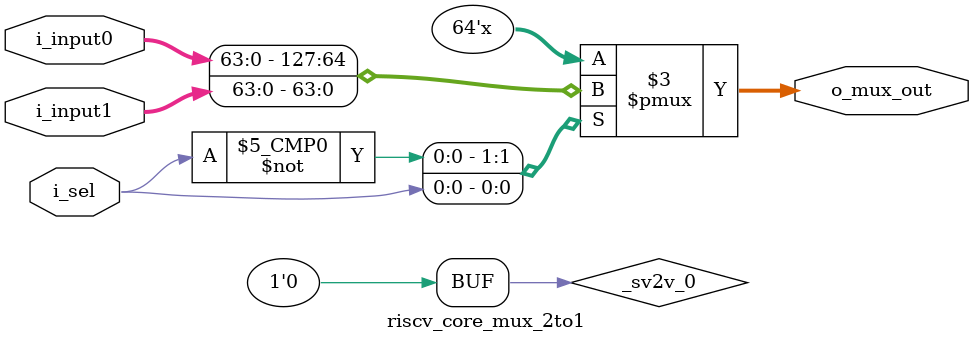
<source format=v>
module riscv_core_mux_2to1 (
	i_input0,
	i_input1,
	i_sel,
	o_mux_out
);
	reg _sv2v_0;
	parameter DATA_WIDTH = 64;
	input wire [DATA_WIDTH - 1:0] i_input0;
	input wire [DATA_WIDTH - 1:0] i_input1;
	input wire i_sel;
	output reg [DATA_WIDTH - 1:0] o_mux_out;
	always @(*) begin : MUX_PROC
		if (_sv2v_0)
			;
		o_mux_out = 0;
		case (i_sel)
			1'b0: o_mux_out = i_input0;
			1'b1: o_mux_out = i_input1;
			default: o_mux_out = 0;
		endcase
	end
	initial _sv2v_0 = 0;
endmodule

</source>
